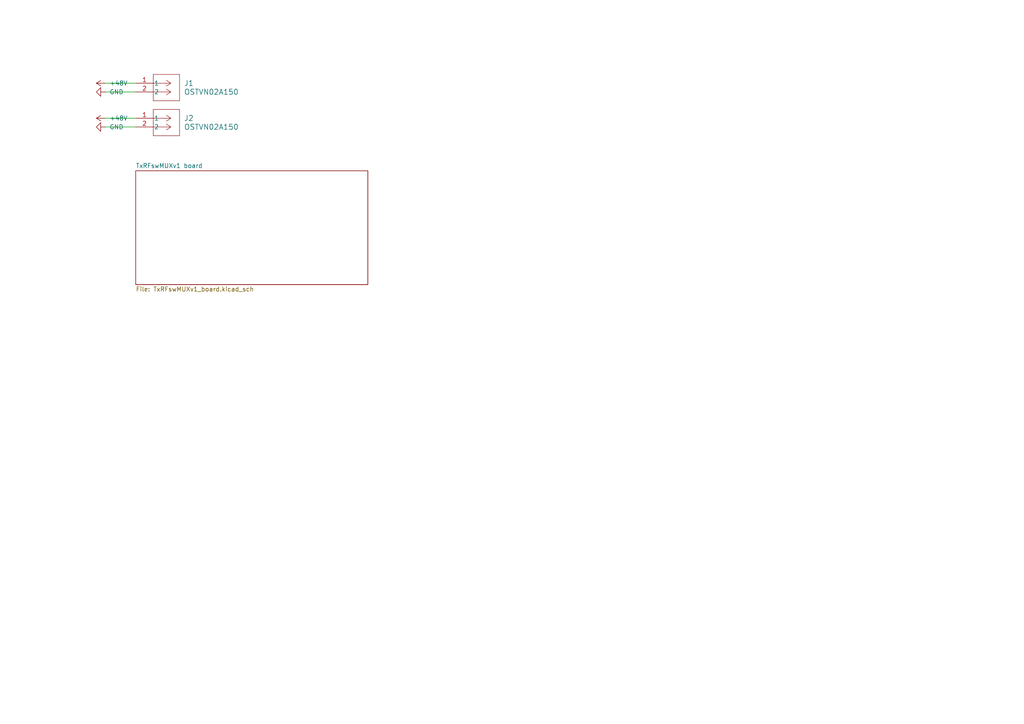
<source format=kicad_sch>
(kicad_sch (version 20230121) (generator eeschema)

  (uuid 77f0f57c-9586-4625-9281-fa8cbd8015db)

  (paper "A4")

  (lib_symbols
    (symbol "BCRL_power_supply:OSTVN02A150" (pin_names (offset 0.254)) (in_bom yes) (on_board yes)
      (property "Reference" "J" (at 8.89 6.35 0)
        (effects (font (size 1.524 1.524)))
      )
      (property "Value" "OSTVN02A150" (at 5.08 -6.35 0)
        (effects (font (size 1.524 1.524)))
      )
      (property "Footprint" "" (at -10.16 5.08 0)
        (effects (font (size 1.27 1.27) italic) hide)
      )
      (property "Datasheet" "" (at -6.35 2.54 0)
        (effects (font (size 1.27 1.27) italic) hide)
      )
      (property "ki_locked" "" (at 0 0 0)
        (effects (font (size 1.27 1.27)))
      )
      (property "ki_keywords" "OSTVN02A150" (at 0 0 0)
        (effects (font (size 1.27 1.27)) hide)
      )
      (property "ki_fp_filters" "CONN_OSTVN02A150_OST" (at 0 0 0)
        (effects (font (size 1.27 1.27)) hide)
      )
      (symbol "OSTVN02A150_1_1"
        (polyline
          (pts
            (xy 5.08 -5.08)
            (xy 12.7 -5.08)
          )
          (stroke (width 0.127) (type default))
          (fill (type none))
        )
        (polyline
          (pts
            (xy 5.08 2.54)
            (xy 5.08 -5.08)
          )
          (stroke (width 0.127) (type default))
          (fill (type none))
        )
        (polyline
          (pts
            (xy 10.16 -2.54)
            (xy 5.08 -2.54)
          )
          (stroke (width 0.127) (type default))
          (fill (type none))
        )
        (polyline
          (pts
            (xy 10.16 -2.54)
            (xy 8.89 -3.3867)
          )
          (stroke (width 0.127) (type default))
          (fill (type none))
        )
        (polyline
          (pts
            (xy 10.16 -2.54)
            (xy 8.89 -1.6933)
          )
          (stroke (width 0.127) (type default))
          (fill (type none))
        )
        (polyline
          (pts
            (xy 10.16 0)
            (xy 5.08 0)
          )
          (stroke (width 0.127) (type default))
          (fill (type none))
        )
        (polyline
          (pts
            (xy 10.16 0)
            (xy 8.89 -0.8467)
          )
          (stroke (width 0.127) (type default))
          (fill (type none))
        )
        (polyline
          (pts
            (xy 10.16 0)
            (xy 8.89 0.8467)
          )
          (stroke (width 0.127) (type default))
          (fill (type none))
        )
        (polyline
          (pts
            (xy 12.7 -5.08)
            (xy 12.7 2.54)
          )
          (stroke (width 0.127) (type default))
          (fill (type none))
        )
        (polyline
          (pts
            (xy 12.7 2.54)
            (xy 5.08 2.54)
          )
          (stroke (width 0.127) (type default))
          (fill (type none))
        )
        (pin unspecified line (at 0 0 0) (length 5.08)
          (name "1" (effects (font (size 1.27 1.27))))
          (number "1" (effects (font (size 1.27 1.27))))
        )
        (pin unspecified line (at 0 -2.54 0) (length 5.08)
          (name "2" (effects (font (size 1.27 1.27))))
          (number "2" (effects (font (size 1.27 1.27))))
        )
      )
      (symbol "OSTVN02A150_1_2"
        (polyline
          (pts
            (xy 5.08 -5.08)
            (xy 12.7 -5.08)
          )
          (stroke (width 0.127) (type default))
          (fill (type none))
        )
        (polyline
          (pts
            (xy 5.08 2.54)
            (xy 5.08 -5.08)
          )
          (stroke (width 0.127) (type default))
          (fill (type none))
        )
        (polyline
          (pts
            (xy 7.62 -2.54)
            (xy 5.08 -2.54)
          )
          (stroke (width 0.127) (type default))
          (fill (type none))
        )
        (polyline
          (pts
            (xy 7.62 -2.54)
            (xy 8.89 -3.3867)
          )
          (stroke (width 0.127) (type default))
          (fill (type none))
        )
        (polyline
          (pts
            (xy 7.62 -2.54)
            (xy 8.89 -1.6933)
          )
          (stroke (width 0.127) (type default))
          (fill (type none))
        )
        (polyline
          (pts
            (xy 7.62 0)
            (xy 5.08 0)
          )
          (stroke (width 0.127) (type default))
          (fill (type none))
        )
        (polyline
          (pts
            (xy 7.62 0)
            (xy 8.89 -0.8467)
          )
          (stroke (width 0.127) (type default))
          (fill (type none))
        )
        (polyline
          (pts
            (xy 7.62 0)
            (xy 8.89 0.8467)
          )
          (stroke (width 0.127) (type default))
          (fill (type none))
        )
        (polyline
          (pts
            (xy 12.7 -5.08)
            (xy 12.7 2.54)
          )
          (stroke (width 0.127) (type default))
          (fill (type none))
        )
        (polyline
          (pts
            (xy 12.7 2.54)
            (xy 5.08 2.54)
          )
          (stroke (width 0.127) (type default))
          (fill (type none))
        )
        (pin unspecified line (at 0 0 0) (length 5.08)
          (name "1" (effects (font (size 1.27 1.27))))
          (number "1" (effects (font (size 1.27 1.27))))
        )
        (pin unspecified line (at 0 -2.54 0) (length 5.08)
          (name "2" (effects (font (size 1.27 1.27))))
          (number "2" (effects (font (size 1.27 1.27))))
        )
      )
    )
    (symbol "power:+48V" (power) (pin_names (offset 0)) (in_bom yes) (on_board yes)
      (property "Reference" "#PWR" (at 0 -3.81 0)
        (effects (font (size 1.27 1.27)) hide)
      )
      (property "Value" "+48V" (at 0 3.556 0)
        (effects (font (size 1.27 1.27)))
      )
      (property "Footprint" "" (at 0 0 0)
        (effects (font (size 1.27 1.27)) hide)
      )
      (property "Datasheet" "" (at 0 0 0)
        (effects (font (size 1.27 1.27)) hide)
      )
      (property "ki_keywords" "global power" (at 0 0 0)
        (effects (font (size 1.27 1.27)) hide)
      )
      (property "ki_description" "Power symbol creates a global label with name \"+48V\"" (at 0 0 0)
        (effects (font (size 1.27 1.27)) hide)
      )
      (symbol "+48V_0_1"
        (polyline
          (pts
            (xy -0.762 1.27)
            (xy 0 2.54)
          )
          (stroke (width 0) (type default))
          (fill (type none))
        )
        (polyline
          (pts
            (xy 0 0)
            (xy 0 2.54)
          )
          (stroke (width 0) (type default))
          (fill (type none))
        )
        (polyline
          (pts
            (xy 0 2.54)
            (xy 0.762 1.27)
          )
          (stroke (width 0) (type default))
          (fill (type none))
        )
      )
      (symbol "+48V_1_1"
        (pin power_in line (at 0 0 90) (length 0) hide
          (name "+48V" (effects (font (size 1.27 1.27))))
          (number "1" (effects (font (size 1.27 1.27))))
        )
      )
    )
    (symbol "power:GND" (power) (pin_names (offset 0)) (in_bom yes) (on_board yes)
      (property "Reference" "#PWR" (at 0 -6.35 0)
        (effects (font (size 1.27 1.27)) hide)
      )
      (property "Value" "GND" (at 0 -3.81 0)
        (effects (font (size 1.27 1.27)))
      )
      (property "Footprint" "" (at 0 0 0)
        (effects (font (size 1.27 1.27)) hide)
      )
      (property "Datasheet" "" (at 0 0 0)
        (effects (font (size 1.27 1.27)) hide)
      )
      (property "ki_keywords" "global power" (at 0 0 0)
        (effects (font (size 1.27 1.27)) hide)
      )
      (property "ki_description" "Power symbol creates a global label with name \"GND\" , ground" (at 0 0 0)
        (effects (font (size 1.27 1.27)) hide)
      )
      (symbol "GND_0_1"
        (polyline
          (pts
            (xy 0 0)
            (xy 0 -1.27)
            (xy 1.27 -1.27)
            (xy 0 -2.54)
            (xy -1.27 -1.27)
            (xy 0 -1.27)
          )
          (stroke (width 0) (type default))
          (fill (type none))
        )
      )
      (symbol "GND_1_1"
        (pin power_in line (at 0 0 270) (length 0) hide
          (name "GND" (effects (font (size 1.27 1.27))))
          (number "1" (effects (font (size 1.27 1.27))))
        )
      )
    )
  )


  (wire (pts (xy 30.48 34.29) (xy 39.37 34.29))
    (stroke (width 0) (type default))
    (uuid 318f62a4-4ce3-466b-bde7-6e519d98bb2d)
  )
  (wire (pts (xy 30.48 24.13) (xy 39.37 24.13))
    (stroke (width 0) (type default))
    (uuid d6639277-51d9-4c18-81ba-47581c95c617)
  )
  (wire (pts (xy 30.48 36.83) (xy 39.37 36.83))
    (stroke (width 0) (type default))
    (uuid df0bc7ef-e5d9-47b2-a65f-cdd3e9c3e801)
  )
  (wire (pts (xy 30.48 26.67) (xy 39.37 26.67))
    (stroke (width 0) (type default))
    (uuid f9526995-3f42-4b58-a226-47acbf3e6ec8)
  )

  (symbol (lib_id "BCRL_power_supply:OSTVN02A150") (at 39.37 34.29 0) (unit 1)
    (in_bom yes) (on_board yes) (dnp no) (fields_autoplaced)
    (uuid 221e84c3-893a-4a42-8a49-60340926ce28)
    (property "Reference" "J2" (at 53.34 34.29 0)
      (effects (font (size 1.524 1.524)) (justify left))
    )
    (property "Value" "OSTVN02A150" (at 53.34 36.83 0)
      (effects (font (size 1.524 1.524)) (justify left))
    )
    (property "Footprint" "" (at 29.21 29.21 0)
      (effects (font (size 1.27 1.27) italic) hide)
    )
    (property "Datasheet" "" (at 33.02 31.75 0)
      (effects (font (size 1.27 1.27) italic) hide)
    )
    (pin "1" (uuid a42b3763-14f8-4e32-9547-b2fa172ea1ab))
    (pin "2" (uuid 11826c4d-9827-4074-a414-2dbd99f76acd))
    (instances
      (project "bcrl_power_supply"
        (path "/77f0f57c-9586-4625-9281-fa8cbd8015db"
          (reference "J2") (unit 1)
        )
      )
    )
  )

  (symbol (lib_id "power:+48V") (at 30.48 24.13 90) (unit 1)
    (in_bom yes) (on_board yes) (dnp no) (fields_autoplaced)
    (uuid 3ad2f28f-d83d-4849-9599-9d44afbdcc23)
    (property "Reference" "#PWR01" (at 34.29 24.13 0)
      (effects (font (size 1.27 1.27)) hide)
    )
    (property "Value" "+48V" (at 31.75 24.13 90)
      (effects (font (size 1.27 1.27)) (justify right))
    )
    (property "Footprint" "" (at 30.48 24.13 0)
      (effects (font (size 1.27 1.27)) hide)
    )
    (property "Datasheet" "" (at 30.48 24.13 0)
      (effects (font (size 1.27 1.27)) hide)
    )
    (pin "1" (uuid 5bc2d4a9-0c46-4d81-8571-815a039a8f4c))
    (instances
      (project "bcrl_power_supply"
        (path "/77f0f57c-9586-4625-9281-fa8cbd8015db"
          (reference "#PWR01") (unit 1)
        )
      )
    )
  )

  (symbol (lib_id "power:+48V") (at 30.48 34.29 90) (unit 1)
    (in_bom yes) (on_board yes) (dnp no) (fields_autoplaced)
    (uuid 5648c4cf-e305-47e2-b1c2-454f41a113aa)
    (property "Reference" "#PWR03" (at 34.29 34.29 0)
      (effects (font (size 1.27 1.27)) hide)
    )
    (property "Value" "+48V" (at 31.75 34.29 90)
      (effects (font (size 1.27 1.27)) (justify right))
    )
    (property "Footprint" "" (at 30.48 34.29 0)
      (effects (font (size 1.27 1.27)) hide)
    )
    (property "Datasheet" "" (at 30.48 34.29 0)
      (effects (font (size 1.27 1.27)) hide)
    )
    (pin "1" (uuid 4e41f8a9-add8-4b67-b3d6-40f4d670d862))
    (instances
      (project "bcrl_power_supply"
        (path "/77f0f57c-9586-4625-9281-fa8cbd8015db"
          (reference "#PWR03") (unit 1)
        )
      )
    )
  )

  (symbol (lib_id "power:GND") (at 30.48 26.67 270) (unit 1)
    (in_bom yes) (on_board yes) (dnp no) (fields_autoplaced)
    (uuid 74f04d59-f27f-4601-84d1-d64ee28f29a8)
    (property "Reference" "#PWR02" (at 24.13 26.67 0)
      (effects (font (size 1.27 1.27)) hide)
    )
    (property "Value" "GND" (at 31.75 26.67 90)
      (effects (font (size 1.27 1.27)) (justify left))
    )
    (property "Footprint" "" (at 30.48 26.67 0)
      (effects (font (size 1.27 1.27)) hide)
    )
    (property "Datasheet" "" (at 30.48 26.67 0)
      (effects (font (size 1.27 1.27)) hide)
    )
    (pin "1" (uuid 7fd17a8e-34b1-428c-a323-9ada00f5cc6c))
    (instances
      (project "bcrl_power_supply"
        (path "/77f0f57c-9586-4625-9281-fa8cbd8015db"
          (reference "#PWR02") (unit 1)
        )
      )
    )
  )

  (symbol (lib_id "power:GND") (at 30.48 36.83 270) (unit 1)
    (in_bom yes) (on_board yes) (dnp no) (fields_autoplaced)
    (uuid 8989130f-dfea-4490-8d89-b0df5bef0ef4)
    (property "Reference" "#PWR04" (at 24.13 36.83 0)
      (effects (font (size 1.27 1.27)) hide)
    )
    (property "Value" "GND" (at 31.75 36.83 90)
      (effects (font (size 1.27 1.27)) (justify left))
    )
    (property "Footprint" "" (at 30.48 36.83 0)
      (effects (font (size 1.27 1.27)) hide)
    )
    (property "Datasheet" "" (at 30.48 36.83 0)
      (effects (font (size 1.27 1.27)) hide)
    )
    (pin "1" (uuid 00ba1c8e-d087-4c76-827c-e5eac2e2a7ae))
    (instances
      (project "bcrl_power_supply"
        (path "/77f0f57c-9586-4625-9281-fa8cbd8015db"
          (reference "#PWR04") (unit 1)
        )
      )
    )
  )

  (symbol (lib_id "BCRL_power_supply:OSTVN02A150") (at 39.37 24.13 0) (unit 1)
    (in_bom yes) (on_board yes) (dnp no) (fields_autoplaced)
    (uuid 9a0cc14f-18c8-4839-8c72-2c858f747f02)
    (property "Reference" "J1" (at 53.34 24.13 0)
      (effects (font (size 1.524 1.524)) (justify left))
    )
    (property "Value" "OSTVN02A150" (at 53.34 26.67 0)
      (effects (font (size 1.524 1.524)) (justify left))
    )
    (property "Footprint" "" (at 29.21 19.05 0)
      (effects (font (size 1.27 1.27) italic) hide)
    )
    (property "Datasheet" "" (at 33.02 21.59 0)
      (effects (font (size 1.27 1.27) italic) hide)
    )
    (pin "1" (uuid a4d63c40-451b-4bfb-ac56-91d1bd77b309))
    (pin "2" (uuid f0f409a4-8a9a-4219-b396-fb711a39cd67))
    (instances
      (project "bcrl_power_supply"
        (path "/77f0f57c-9586-4625-9281-fa8cbd8015db"
          (reference "J1") (unit 1)
        )
      )
    )
  )

  (sheet (at 39.37 49.53) (size 67.31 33.02) (fields_autoplaced)
    (stroke (width 0.1524) (type solid))
    (fill (color 0 0 0 0.0000))
    (uuid 94fee228-5462-46f6-ad6c-1e47c0f1b343)
    (property "Sheetname" "TxRFswMUXv1 board" (at 39.37 48.8184 0)
      (effects (font (size 1.27 1.27)) (justify left bottom))
    )
    (property "Sheetfile" "TxRFswMUXv1_board.kicad_sch" (at 39.37 83.1346 0)
      (effects (font (size 1.27 1.27)) (justify left top))
    )
    (instances
      (project "bcrl_power_supply"
        (path "/77f0f57c-9586-4625-9281-fa8cbd8015db" (page "2"))
      )
    )
  )

  (sheet_instances
    (path "/" (page "1"))
  )
)

</source>
